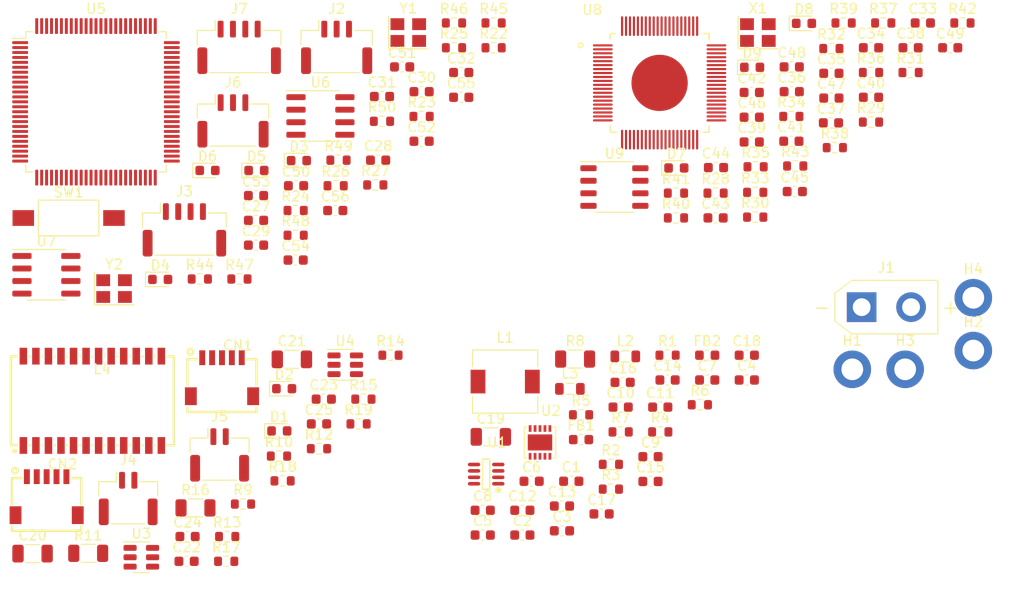
<source format=kicad_pcb>
(kicad_pcb (version 20211014) (generator pcbnew)
  (layers (0 "F.Cu" signal) (31 "B.Cu" signal) (34 "B.Paste" user) (35 "F.Paste" user) (36 "B.SilkS" user "B.Silkscreen") (37 "F.SilkS" user "F.Silkscreen") (38 "B.Mask" user) (39 "F.Mask" user) (44 "Edge.Cuts" user))
  (net 0 "")
  (net 1 "VCC")
  (net 2 "GND")
  (net 3 "Net-(C2-Pad1)")
  (net 4 "Net-(C2-Pad2)")
  (net 5 "Net-(C3-Pad1)")
  (net 6 "+5V")
  (net 7 "3V3")
  (net 8 "Net-(C9-Pad2)")
  (net 9 "Net-(C10-Pad1)")
  (net 10 "1V2")
  (net 11 "GNDD")
  (net 12 "A3V3")
  (net 13 "GNDA")
  (net 14 "A1V2")
  (net 15 "Earth")
  (net 16 "Net-(C20-Pad2)")
  (net 17 "Net-(C21-Pad1)")
  (net 18 "Net-(C22-Pad2)")
  (net 19 "Net-(C23-Pad2)")
  (net 20 "Net-(C24-Pad2)")
  (net 21 "Net-(C25-Pad2)")
  (net 22 "/MCU/OSC_OUT")
  (net 23 "/MCU/OSC_IN")
  (net 24 "/CONN/P0_MTXOP")
  (net 25 "/CONN/P0_MTXON")
  (net 26 "/CONN/P0_MRXIP")
  (net 27 "/CONN/P0_MRXIN")
  (net 30 "/CONN/P1_MTXOP")
  (net 31 "/CONN/P1_MTXON")
  (net 32 "/CONN/P1_MRXIP")
  (net 33 "/CONN/P1_MRXIN")
  (net 36 "Net-(D1-Pad1)")
  (net 37 "Net-(D1-Pad2)")
  (net 38 "Net-(D2-Pad2)")
  (net 39 "/MCU/LED1")
  (net 40 "Net-(D3-Pad2)")
  (net 41 "/MCU/LED2")
  (net 42 "Net-(D4-Pad2)")
  (net 43 "/MCU/LED3")
  (net 44 "Net-(D5-Pad2)")
  (net 45 "/MCU/LED4")
  (net 46 "Net-(D6-Pad2)")
  (net 47 "Net-(D7-Pad2)")
  (net 48 "Net-(D8-Pad2)")
  (net 49 "Net-(D9-Pad2)")
  (net 50 "/MCU/SWCLK")
  (net 51 "/MCU/SWDIO")
  (net 52 "/CONN/CAN0_L")
  (net 53 "/CONN/CAN0_H")
  (net 54 "/CONN/CAN1_L")
  (net 55 "/CONN/CAN1_H")
  (net 56 "Net-(L2-Pad1)")
  (net 57 "Net-(L3-Pad1)")
  (net 58 "Net-(L4-Pad3)")
  (net 59 "Net-(L4-Pad4)")
  (net 60 "Net-(L4-Pad9)")
  (net 61 "Net-(L4-Pad10)")
  (net 62 "/CONN/P0_TXOP")
  (net 63 "/CONN/P0_TXON")
  (net 64 "/CONN/P0_RXIP")
  (net 65 "/CONN/P0_RXIN")
  (net 66 "/CONN/P1_TXOP")
  (net 67 "/CONN/P1_TXON")
  (net 68 "/CONN/P1_RXIP")
  (net 69 "/CONN/P1_RXIN")
  (net 70 "Net-(R1-Pad1)")
  (net 71 "Net-(R9-Pad2)")
  (net 72 "Net-(R10-Pad2)")
  (net 73 "/CONN/P0_ACT")
  (net 74 "/CONN/P1_ACT")
  (net 75 "Net-(R28-Pad2)")
  (net 76 "/ESC/I2C_SCL")
  (net 77 "Net-(R29-Pad2)")
  (net 78 "Net-(R30-Pad1)")
  (net 79 "Net-(R31-Pad1)")
  (net 80 "Net-(R32-Pad1)")
  (net 81 "/ESC/LED_RUN")
  (net 82 "/ESC/LED_ERR")
  (net 83 "/ESC/EEP_DONE")
  (net 84 "/ESC/I2C_SDA")
  (net 85 "Net-(R43-Pad1)")
  (net 89 "/ESC/SCS")
  (net 90 "/ESC/SCLK")
  (net 91 "/ESC/MISO")
  (net 92 "/ESC/MOSI")
  (net 93 "/ESC/SYNC")
  (net 94 "/ESC/INT")
  (net 95 "/ESC/RSTN")
  (net 96 "/MCU/CAN1_RX")
  (net 97 "/MCU/CAN1_TX")
  (net 104 "/MCU/CAN0_RX")
  (net 105 "/MCU/CAN0_TX")
  (net 119 "/ESC/XSCI")
  (net 147 "Net-(C50-Pad2)")
  (net 148 "Net-(C51-Pad2)")
  (net 149 "/MCU/VREF")
  (net 150 "/MCU/RSET")
  (net 151 "/MCU/USART1_RX")
  (net 152 "/MCU/USART1_TX")
  (net 153 "/MCU/USART2_RX")
  (net 154 "/MCU/USART2_TX")
  (net 155 "/MCU/SPI2_MOSI")
  (net 156 "/MCU/SPI2_MISO")
  (net 157 "/MCU/SPI2_SCK")
  (net 158 "/MCU/SPI2_NSS")
  (net 159 "Net-(R44-Pad2)")
  (net 160 "Net-(R47-Pad1)")
  (net 164 "/MCU/OSC32_IN")
  (net 165 "/MCU/OSC32_OUT")
  (footprint "Package_TO_SOT_SMD:SOT-23-6" (layer "F.Cu") (at 81.47 73.07)
    (fp_text reference "U4")
    (fp_text value "SRV05-4")
  )
  (footprint "Capacitor_SMD:C_0603_1608Metric" (layer "F.Cu") (at 122.62 45.48)
    (fp_text reference "C42")
    (fp_text value "100nF")
  )
  (footprint "Package_SO:SOIC-8_3.9x4.9mm_P1.27mm" (layer "F.Cu") (at 51.22 63.95)
    (fp_text reference "U7")
    (fp_text value "TJA1051T-3")
  )
  (footprint "EXTRA IC:CONN-TH_5019530507" (layer "F.Cu") (at 51.245 86.355)
    (fp_text reference "CN2")
    (fp_text value "5019530507")
  )
  (footprint "Capacitor_SMD:C_0603_1608Metric" (layer "F.Cu") (at 134.69 40.95)
    (fp_text reference "C34")
    (fp_text value "100nF")
  )
  (footprint "Resistor_SMD:R_0603_1608Metric" (layer "F.Cu") (at 84.51 54.85)
    (fp_text reference "R27")
    (fp_text value "120")
  )
  (footprint "Resistor_SMD:R_0603_1608Metric" (layer "F.Cu") (at 66.75 64.38)
    (fp_text reference "R44")
    (fp_text value "10K")
  )
  (footprint "Resistor_SMD:R_0603_1608Metric" (layer "F.Cu") (at 70.76 64.38)
    (fp_text reference "R47")
    (fp_text value "0")
  )
  (footprint "Resistor_SMD:R_0603_1608Metric" (layer "F.Cu") (at 113.36 79.87)
    (fp_text reference "R4")
    (fp_text value "453k")
  )
  (footprint "Resistor_SMD:R_0603_1608Metric" (layer "F.Cu") (at 138.7 43.46)
    (fp_text reference "R31")
    (fp_text value "12K")
  )
  (footprint "Capacitor_SMD:C_0603_1608Metric" (layer "F.Cu") (at 99.4 87.81)
    (fp_text reference "C12")
    (fp_text value "22u")
  )
  (footprint "Capacitor_SMD:C_0603_1608Metric" (layer "F.Cu") (at 134.69 45.97)
    (fp_text reference "C40")
    (fp_text value "100nF")
  )
  (footprint "Resistor_SMD:R_0603_1608Metric" (layer "F.Cu") (at 131.03 51.07)
    (fp_text reference "R38")
    (fp_text value "510")
  )
  (footprint "Package_SO:SOP-8_3.9x4.9mm_P1.27mm" (layer "F.Cu") (at 108.72 55.06)
    (fp_text reference "U9")
    (fp_text value "BL24C16F-PARC")
  )
  (footprint "Resistor_SMD:R_0603_1608Metric" (layer "F.Cu") (at 114.95 55.68)
    (fp_text reference "R41")
    (fp_text value "4.7K")
  )
  (footprint "Capacitor_SMD:C_0603_1608Metric" (layer "F.Cu") (at 93.21 43.46)
    (fp_text reference "C32")
    (fp_text value "100n")
  )
  (footprint "Resistor_SMD:R_0603_1608Metric" (layer "F.Cu") (at 127.02 52.93)
    (fp_text reference "R43")
    (fp_text value "4.7K")
  )
  (footprint "Resistor_SMD:R_0603_1608Metric" (layer "F.Cu") (at 86.05 72.1)
    (fp_text reference "R14")
    (fp_text value "75")
  )
  (footprint "Resistor_SMD:R_0603_1608Metric" (layer "F.Cu") (at 143.95 38.44)
    (fp_text reference "R42")
    (fp_text value "4.7K")
  )
  (footprint "EXTRA IC:SOT-23-8_L3.0-W1.7-P0.65-LS2.8-BR" (layer "F.Cu") (at 95.737 84.147)
    (fp_text reference "U1")
    (fp_text value "SY8303AAIC")
  )
  (footprint "Resistor_SMD:R_0603_1608Metric" (layer "F.Cu") (at 117.37 77.12)
    (fp_text reference "R6")
    (fp_text value "453k")
  )
  (footprint "Capacitor_SMD:C_0603_1608Metric" (layer "F.Cu") (at 118.11 74.61)
    (fp_text reference "C7")
    (fp_text value "22u")
  )
  (footprint "Inductor_SMD:L_0805_2012Metric" (layer "F.Cu") (at 109.82 72.22)
    (fp_text reference "L2")
    (fp_text value "2.2uH")
  )
  (footprint "Capacitor_SMD:C_0603_1608Metric" (layer "F.Cu") (at 72.44 55.93)
    (fp_text reference "C53")
    (fp_text value "100n")
  )
  (footprint "Package_SO:SOIC-8_3.9x4.9mm_P1.27mm" (layer "F.Cu") (at 78.96 47.86)
    (fp_text reference "U6")
    (fp_text value "TJA1051T-3")
  )
  (footprint "Connector_JST:JST_GH_SM02B-GHS-TB_1x02-1MP_P1.25mm_Horizontal" (layer "F.Cu") (at 59.5 86.62)
    (fp_text reference "J4")
    (fp_text value "Conn_01x02")
  )
  (footprint "Resistor_SMD:R_0603_1608Metric" (layer "F.Cu") (at 92.48 38.44)
    (fp_text reference "R46")
    (fp_text value "0")
  )
  (footprint "Resistor_SMD:R_0603_1608Metric" (layer "F.Cu") (at 96.49 38.44)
    (fp_text reference "R45")
    (fp_text value "10")
  )
  (footprint "Capacitor_SMD:C_1206_3216Metric" (layer "F.Cu") (at 49.82 92.2)
    (fp_text reference "C20")
    (fp_text value "1000p")
  )
  (footprint "MountingHole:MountingHole_2.2mm_M2_DIN965_Pad" (layer "F.Cu") (at 145.05 71.63)
    (fp_text reference "H2")
    (fp_text value "MountingHole")
  )
  (footprint "Resistor_SMD:R_1206_3216Metric" (layer "F.Cu") (at 104.74 72.49)
    (fp_text reference "R8")
    (fp_text value "1M")
  )
  (footprint "Resistor_SMD:R_0603_1608Metric" (layer "F.Cu") (at 118.96 55.68)
    (fp_text reference "R28")
    (fp_text value "4.7K")
  )
  (footprint "LED_SMD:LED_0603_1608Metric" (layer "F.Cu") (at 62.74 64.42)
    (fp_text reference "D4")
    (fp_text value "BLUE")
  )
  (footprint "MountingHole:MountingHole_2.2mm_M2_DIN965_Pad" (layer "F.Cu") (at 145.05 66.28)
    (fp_text reference "H4")
    (fp_text value "MountingHole")
  )
  (footprint "Capacitor_SMD:C_0603_1608Metric" (layer "F.Cu") (at 99.4 90.32)
    (fp_text reference "C2")
    (fp_text value "10n")
  )
  (footprint "Connector_JST:JST_GH_SM04B-GHS-TB_1x04-1MP_P1.25mm_Horizontal" (layer "F.Cu") (at 65.19 59.4)
    (fp_text reference "J3")
    (fp_text value "Conn_01x04")
  )
  (footprint "Capacitor_SMD:C_0603_1608Metric" (layer "F.Cu") (at 87.23 42.89)
    (fp_text reference "C51")
    (fp_text value "2.2u")
  )
  (footprint "Capacitor_SMD:C_0603_1608Metric" (layer "F.Cu") (at 95.39 90.32)
    (fp_text reference "C5")
    (fp_text value "22u")
  )
  (footprint "Resistor_SMD:R_0603_1608Metric" (layer "F.Cu") (at 75.13 84.83)
    (fp_text reference "R18")
    (fp_text value "510")
  )
  (footprint "Capacitor_SMD:C_0603_1608Metric" (layer "F.Cu") (at 138.7 40.95)
    (fp_text reference "C38")
    (fp_text value "100nF")
  )
  (footprint "LED_SMD:LED_0603_1608Metric" (layer "F.Cu") (at 114.99 53.13)
    (fp_text reference "D7")
    (fp_text value "GREEN")
  )
  (footprint "Capacitor_SMD:C_0603_1608Metric" (layer "F.Cu") (at 122.62 50.5)
    (fp_text reference "C39")
    (fp_text value "100nF")
  )
  (footprint "Connector_AMASS:AMASS_XT30UPB-M_1x02_P5.0mm_Vertical" (layer "F.Cu") (at 133.75 67.23)
    (fp_text reference "J1")
    (fp_text value "Conn_01x02")
  )
  (footprint "Inductor_SMD:L_0603_1608Metric" (layer "F.Cu") (at 118.11 72.1)
    (fp_text reference "FB2")
    (fp_text value "PBY160808T-110Y-N")
  )
  (footprint "LED_SMD:LED_0603_1608Metric" (layer "F.Cu") (at 127.91 38.48)
    (fp_text reference "D8")
    (fp_text value "RED")
  )
  (footprint "Capacitor_SMD:C_0603_1608Metric" (layer "F.Cu") (at 104.35 84.87)
    (fp_text reference "C1")
    (fp_text value "4.7u")
  )
  (footprint "Inductor_SMD:L_6.3x6.3_H3" (layer "F.Cu") (at 97.66 74.77)
    (fp_text reference "L1")
    (fp_text value "22uH")
  )
  (footprint "Capacitor_SMD:C_0603_1608Metric" (layer "F.Cu") (at 103.41 89.89)
    (fp_text reference "C3")
    (fp_text value "10n")
  )
  (footprint "Resistor_SMD:R_0603_1608Metric" (layer "F.Cu") (at 96.49 40.95)
    (fp_text reference "R22")
    (fp_text value "1K")
  )
  (footprint "Capacitor_SMD:C_0603_1608Metric" (layer "F.Cu") (at 93.21 45.97)
    (fp_text reference "C55")
    (fp_text value "10p")
  )
  (footprint "Button_Switch_SMD:SW_SPST_FSMSM" (layer "F.Cu") (at 53.47 58.2)
    (fp_text reference "SW1")
    (fp_text value "SW_Push")
  )
  (footprint "Resistor_SMD:R_0603_1608Metric" (layer "F.Cu") (at 80.79 52.34)
    (fp_text reference "R49")
    (fp_text value "10K")
  )
  (footprint "Crystal:Crystal_SMD_3225-4Pin_3.2x2.5mm" (layer "F.Cu") (at 87.85 39.41)
    (fp_text reference "Y1")
    (fp_text value "8M")
  )
  (footprint "Resistor_SMD:R_0603_1608Metric" (layer "F.Cu") (at 83.31 76.55)
    (fp_text reference "R15")
    (fp_text value "75")
  )
  (footprint "Capacitor_SMD:C_0603_1608Metric" (layer "F.Cu") (at 112.37 84.89)
    (fp_text reference "C15")
    (fp_text value "22u")
  )
  (footprint "Capacitor_SMD:C_0603_1608Metric" (layer "F.Cu") (at 126.63 50.42)
    (fp_text reference "C41")
    (fp_text value "100nF")
  )
  (footprint "Capacitor_SMD:C_0603_1608Metric" (layer "F.Cu") (at 80.46 57.44)
    (fp_text reference "C56")
    (fp_text value "10p")
  )
  (footprint "Capacitor_SMD:C_0603_1608Metric" (layer "F.Cu") (at 122.62 47.99)
    (fp_text reference "C46")
    (fp_text value "100nF")
  )
  (footprint "Resistor_SMD:R_0603_1608Metric" (layer "F.Cu") (at 69.52 90.47)
    (fp_text reference "R13")
    (fp_text value "75")
  )
  (footprint "Capacitor_SMD:C_0603_1608Metric" (layer "F.Cu") (at 126.67 45.4)
    (fp_text reference "C36")
    (fp_text value "100nF")
  )
  (footprint "Resistor_SMD:R_0603_1608Metric" (layer "F.Cu") (at 71.12 87.18)
    (fp_text reference "R9")
    (fp_text value "0")
  )
  (footprint "Connector_JST:JST_GH_SM04B-GHS-TB_1x04-1MP_P1.25mm_Horizontal" (layer "F.Cu") (at 70.73 40.91)
    (fp_text reference "J7")
    (fp_text value "Conn_01x04")
  )
  (footprint "Resistor_SMD:R_1206_3216Metric" (layer "F.Cu") (at 66.31 87.57)
    (fp_text reference "R16")
    (fp_text value "1M")
  )
  (footprint "Capacitor_SMD:C_0603_1608Metric" (layer "F.Cu") (at 126.98 55.52)
    (fp_text reference "C45")
    (fp_text value "100nF")
  )
  (footprint "Capacitor_SMD:C_0603_1608Metric" (layer "F.Cu") (at 103.41 87.38)
    (fp_text reference "C13")
    (fp_text value "100n")
  )
  (footprint "Capacitor_SMD:C_0603_1608Metric" (layer "F.Cu") (at 89.2 45.4)
    (fp_text reference "C30")
    (fp_text value "100n")
  )
  (footprint "Capacitor_SMD:C_0603_1608Metric" (layer "F.Cu") (at 119 53.09)
    (fp_text reference "C44")
    (fp_text value "100nF")
  )
  (footprint "Capacitor_SMD:C_0603_1608Metric" (layer "F.Cu") (at 126.67 42.89)
    (fp_text reference "C48")
    (fp_text value "100nF")
  )
  (footprint "Capacitor_SMD:C_0603_1608Metric" (layer "F.Cu") (at 65.41 92.98)
    (fp_text reference "C22")
    (fp_text value "100n")
  )
  (footprint "Capacitor_SMD:C_0603_1608Metric" (layer "F.Cu") (at 130.68 46.05)
    (fp_text reference "C47")
    (fp_text value "100nF")
  )
  (footprint "Resistor_SMD:R_0603_1608Metric" (layer "F.Cu") (at 76.45 59.95)
    (fp_text reference "R48")
    (fp_text value "10K")
  )
  (footprint "Capacitor_SMD:C_0603_1608Metric" (layer "F.Cu") (at 79.3 76.55)
    (fp_text reference "C23")
    (fp_text value "100n")
  )
  (footprint "Inductor_SMD:L_0805_2012Metric" (layer "F.Cu") (at 104.21 75.51)
    (fp_text reference "L3")
    (fp_text value "2.2uH")
  )
  (footprint "MountingHole:MountingHole_2.2mm_M2_DIN965_Pad" (layer "F.Cu") (at 138.15 73.53)
    (fp_text reference "H3")
    (fp_text value "MountingHole")
  )
  (footprint "Capacitor_SMD:C_0603_1608Metric" (layer "F.Cu") (at 114.1 74.61)
    (fp_text reference "C14")
    (fp_text value "100n")
  )
  (footprint "Connector_JST:JST_GH_SM03B-GHS-TB_1x03-1MP_P1.25mm_Horizontal" (layer "F.Cu") (at 70.11 48.36)
    (fp_text reference "J6")
    (fp_text value "Conn_01x03")
  )
  (footprint "Capacitor_SMD:C_0603_1608Metric" (layer "F.Cu") (at 100.34 84.87)
    (fp_text reference "C6")
    (fp_text value "100n")
  )
  (footprint "LED_SMD:LED_0603_1608Metric" (layer "F.Cu") (at 67.53 53.38)
    (fp_text reference "D6")
    (fp_text value "GREEN")
  )
  (footprint "Resistor_SMD:R_0603_1608Metric" (layer "F.Cu") (at 134.69 48.48)
    (fp_text reference "R29")
    (fp_text value "22")
  )
  (footprint "MountingHole:MountingHole_2.2mm_M2_DIN965_Pad" (layer "F.Cu") (at 132.8 73.53)
    (fp_text reference "H1")
    (fp_text value "MountingHole")
  )
  (footprint "Crystal:Crystal_SMD_3225-4Pin_3.2x2.5mm" (layer "F.Cu") (at 123.24 39.41)
    (fp_text reference "X1")
    (fp_text value "25M")
  )
  (footprint "Resistor_SMD:R_0603_1608Metric" (layer "F.Cu") (at 108.36 85.67)
    (fp_text reference "R3")
    (fp_text value "20.5K")
  )
  (footprint "Capacitor_SMD:C_1206_3216Metric" (layer "F.Cu") (at 76.07 72.52)
    (fp_text reference "C21")
    (fp_text value "1000p")
  )
  (footprint "Resistor_SMD:R_0603_1608Metric" (layer "F.Cu") (at 92.48 40.95)
    (fp_text reference "R25")
    (fp_text value "1K")
  )
  (footprint "Resistor_SMD:R_0603_1608Metric" (layer "F.Cu") (at 85.19 48.4)
    (fp_text reference "R50")
    (fp_text value "1M")
  )
  (footprint "Resistor_SMD:R_0603_1608Metric" (layer "F.Cu") (at 89.2 47.91)
    (fp_text reference "R23")
    (fp_text value "1K")
  )
  (footprint "LED_SMD:LED_0603_1608Metric" (layer "F.Cu") (at 122.66 42.93)
    (fp_text reference "D9")
    (fp_text value "GREEN")
  )
  (footprint "Connector_JST:JST_GH_SM03B-GHS-TB_1x03-1MP_P1.25mm_Horizontal" (layer "F.Cu") (at 80.6 40.91)
    (fp_text reference "J2")
    (fp_text value "Conn_01x03")
  )
  (footprint "Capacitor_SMD:C_0603_1608Metric" (layer "F.Cu") (at 107.42 88.18)
    (fp_text reference "C17")
    (fp_text value "100n")
  )
  (footprint "Capacitor_SMD:C_0603_1608Metric" (layer "F.Cu") (at 78.81 79.06)
    (fp_text reference "C25")
    (fp_text value "100n")
  )
  (footprint "Resistor_SMD:R_0603_1608Metric" (layer "F.Cu") (at 135.93 38.44)
    (fp_text reference "R37")
    (fp_text value "510")
  )
  (footprint "Package_QFP:LQFP-100_14x14mm_P0.5mm" (layer "F.Cu") (at 56.24 46.43)
    (fp_text reference "U5")
    (fp_text value "STM32F407VETx")
  )
  (footprint "Resistor_SMD:R_0603_1608Metric" (layer "F.Cu") (at 80.5 54.93)
    (fp_text reference "R26")
    (fp_text value "120")
  )
  (footprint "Capacitor_SMD:C_0603_1608Metric" (layer "F.Cu") (at 130.64 48.56)
    (fp_text reference "C37")
    (fp_text value "100nF")
  )
  (footprint "Resistor_SMD:R_0603_1608Metric" (layer "F.Cu") (at 74.76 82.32)
    (fp_text reference "R10")
    (fp_text value "0")
  )
  (footprint "Crystal:Crystal_SMD_3225-4Pin_3.2x2.5mm" (layer "F.Cu") (at 58.07 65.35)
    (fp_text reference "Y2")
    (fp_text value "32.768KHz")
  )
  (footprint "Capacitor_SMD:C_0603_1608Metric" (layer "F.Cu") (at 65.51 90.47)
    (fp_text reference "C24")
    (fp_text value "100n")
  )
  (footprint "Resistor_SMD:R_0603_1608Metric" (layer "F.Cu") (at 130.68 41.03)
    (fp_text reference "R32")
    (fp_text value "4.7K")
  )
  (footprint "Resistor_SMD:R_0603_1608Metric" (layer "F.Cu") (at 114.1 72.1)
    (fp_text reference "R1")
    (fp_text value "100K")
  )
  (footprint "EXTRA IC:AX58100-QFP80" (layer "F.Cu") (at 113.295 44.51)
    (fp_text reference "U8")
    (fp_text value "AX58100-LQPF80")
  )
  (footprint "LED_SMD:LED_0603_1608Metric" (layer "F.Cu") (at 75.29 75.49)
    (fp_text reference "D2")
    (fp_text value "LED")
  )
  (footprint "Resistor_SMD:R_0603_1608Metric" (layer "F.Cu") (at 114.95 58.19)
    (fp_text reference "R40")
    (fp_text value "4.7K")
  )
  (footprint "Capacitor_SMD:C_0603_1608Metric" (layer "F.Cu") (at 72.44 60.95)
    (fp_text reference "C29")
    (fp_text value "100n")
  )
  (footprint "Package_TO_SOT_SMD:SOT-23-6" (layer "F.Cu") (at 60.83 92.57)
    (fp_text reference "U3")
    (fp_text value "SRV05-4")
  )
  (footprint "Resistor_SMD:R_1206_3216Metric" (layer "F.Cu") (at 55.45 92.17)
    (fp_text reference "R11")
    (fp_text value "1M")
  )
  (footprint "Connector_JST:JST_GH_SM02B-GHS-TB_1x02-1MP_P1.25mm_Horizontal" (layer "F.Cu") (at 68.75 82.2)
    (fp_text reference "J5")
    (fp_text value "Conn_01x02")
  )
  (footprint "Capacitor_SMD:C_0603_1608Metric" (layer "F.Cu") (at 139.94 38.44)
    (fp_text reference "C33")
    (fp_text value "100nF")
  )
  (footprint "Capacitor_SMD:C_0603_1608Metric" (layer "F.Cu") (at 142.71 40.95)
    (fp_text reference "C49")
    (fp_text value "100nF")
  )
  (footprint "Capacitor_SMD:C_0603_1608Metric" (layer "F.Cu") (at 76.49 54.93)
    (fp_text reference "C50")
    (fp_text value "2.2u")
  )
  (footprint "LED_SMD:LED_0603_1608Metric" (layer "F.Cu") (at 74.8 79.77)
    (fp_text reference "D1")
    (fp_text value "LED")
  )
  (footprint "LED_SMD:LED_0603_1608Metric" (layer "F.Cu") (at 72.48 53.38)
    (fp_text reference "D5")
    (fp_text value "GREEN")
  )
  (footprint "Resistor_SMD:R_0603_1608Metric" (layer "F.Cu") (at 76.45 57.44)
    (fp_text reference "R24")
    (fp_text value "1K")
  )
  (footprint "Resistor_SMD:R_0603_1608Metric" (layer "F.Cu") (at 131.92 38.44)
    (fp_text reference "R39")
    (fp_text value "4.7K")
  )
  (footprint "Resistor_SMD:R_0603_1608Metric" (layer "F.Cu") (at 122.97 58.11)
    (fp_text reference "R30")
    (fp_text value "4.7K")
  )
  (footprint "Resistor_SMD:R_0603_1608Metric" (layer "F.Cu") (at 69.42 92.98)
    (fp_text reference "R17")
    (fp_text value "510")
  )
  (footprint "EXTRA IC:WDFN-10_L3.0-W3.0-P0.50-BL-EP" (layer "F.Cu") (at 101.187 80.9345)
    (fp_text reference "U2")
    (fp_text value "RT8075")
  )
  (footprint "Capacitor_SMD:C_0603_1608Metric" (layer "F.Cu") (at 84.8 52.34)
    (fp_text reference "C28")
    (fp_text value "22p")
  )
  (footprint "EXTRA IC:CONN-TH_5019530507" (layer "F.Cu") (at 68.995 74.305)
    (fp_text reference "CN1")
    (fp_text value "5019530507")
  )
  (footprint "Resistor_SMD:R_0603_1608Metric" (layer "F.Cu") (at 134.69 43.46)
    (fp_text reference "R36")
    (fp_text value "510")
  )
  (footprint "Capacitor_SMD:C_0603_1608Metric" (layer "F.Cu") (at 76.45 62.46)
    (fp_text reference "C54")
    (fp_text value "10u")
  )
  (footprint "EXTRA IC:SMD-24_L16.5-W9.0-P1.27-LS9.7-BL" (layer "F.Cu") (at 55.872 76.72)
    (fp_text reference "L4")
    (fp_text value "G2425S")
  )
  (footprint "Capacitor_SMD:C_0603_1608Metric" (layer "F.Cu") (at 95.39 87.81)
    (fp_text reference "C8")
    (fp_text value "100n")
  )
  (footprint "Capacitor_SMD:C_0603_1608Metric" (layer "F.Cu") (at 122.12 74.61)
    (fp_text reference "C4")
    (fp_text value "22u")
  )
  (footprint "LED_SMD:LED_0603_1608Metric" (layer "F.Cu") (at 76.78 52.38)
    (fp_text reference "D3")
    (fp_text value "BLUE")
  )
  (footprint "Resistor_SMD:R_0603_1608Metric" (layer "F.Cu") (at 122.97 55.6)
    (fp_text reference "R33")
    (fp_text value "4.7K")
  )
  (footprint "Capacitor_SMD:C_0603_1608Metric" (layer "F.Cu") (at 109.35 77.36)
    (fp_text reference "C10")
    (fp_text value "10p")
  )
  (footprint "Capacitor_SMD:C_1206_3216Metric" (layer "F.Cu") (at 96.21 80.37)
    (fp_text reference "C19")
    (fp_text value "1000p")
  )
  (footprint "Capacitor_SMD:C_0603_1608Metric" (layer "F.Cu") (at 122.12 72.1)
    (fp_text reference "C18")
    (fp_text value "100n")
  )
  (footprint "Resistor_SMD:R_0603_1608Metric" (layer "F.Cu") (at 105.34 78.14)
    (fp_text reference "R5")
    (fp_text value "100K")
  )
  (footprint "Capacitor_SMD:C_0603_1608Metric" (layer "F.Cu") (at 89.2 50.42)
    (fp_text reference "C52")
    (fp_text value "10u")
  )
  (footprint "Resistor_SMD:R_0603_1608Metric" (layer "F.Cu") (at 82.82 79.06)
    (fp_text reference "R19")
    (fp_text value "0")
  )
  (footprint "Capacitor_SMD:C_0603_1608Metric" (layer "F.Cu") (at 72.44 58.44)
    (fp_text reference "C27")
    (fp_text value "22p")
  )
  (footprint "Capacitor_SMD:C_0603_1608Metric" (layer "F.Cu") (at 113.36 77.36)
    (fp_text reference "C11")
    (fp_text value "22u")
  )
  (footprint "Inductor_SMD:L_0603_1608Metric" (layer "F.Cu") (at 105.34 80.65)
    (fp_text reference "FB1")
    (fp_text value "PBY160808T-110Y-N")
  )
  (footprint "Resistor_SMD:R_0603_1608Metric" (layer "F.Cu") (at 108.36 83.16)
    (fp_text reference "R2")
    (fp_text value "150K")
  )
  (footprint "Resistor_SMD:R_0603_1608Metric" (layer "F.Cu") (at 78.81 81.57)
    (fp_text reference "R12")
    (fp_text value "75")
  )
  (footprint "Capacitor_SMD:C_0603_1608Metric" (layer "F.Cu") (at 109.55 74.85)
    (fp_text reference "C16")
    (fp_text value "22u")
  )
  (footprint "Resistor_SMD:R_0603_1608Metric" (layer "F.Cu") (at 123.01 53.01)
    (fp_text reference "R35")
    (fp_text value "4.7K")
  )
  (footprint "Resistor_SMD:R_0603_1608Metric" (layer "F.Cu") (at 126.63 47.91)
    (fp_text reference "R34")
    (fp_text value "4.7K")
  )
  (footprint "Capacitor_SMD:C_0603_1608Metric" (layer "F.Cu") (at 112.37 82.38)
    (fp_text reference "C9")
    (fp_text value "10p")
  )
  (footprint "Capacitor_SMD:C_0603_1608Metric" (layer "F.Cu") (at 85.19 45.89)
    (fp_text reference "C31")
    (fp_text value "100n")
  )
  (footprint "Capacitor_SMD:C_0603_1608Metric" (layer "F.Cu") (at 118.96 58.19)
    (fp_text reference "C43")
    (fp_text value "100nF")
  )
  (footprint "Capacitor_SMD:C_0603_1608Metric" (layer "F.Cu") (at 130.68 43.54)
    (fp_text reference "C35")
    (fp_text value "100nF")
  )
  (footprint "Resistor_SMD:R_0603_1608Metric" (layer "F.Cu") (at 109.35 79.87)
    (fp_text reference "R7")
    (fp_text value "100K")
  )
)
</source>
